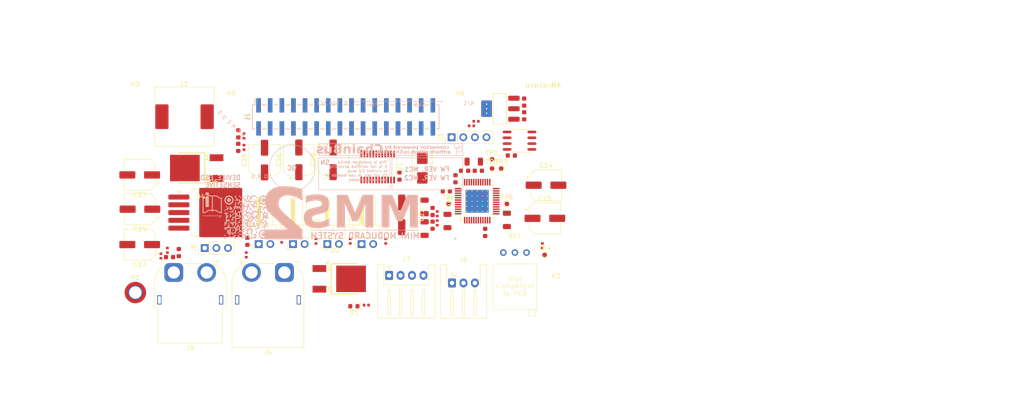
<source format=kicad_pcb>
(kicad_pcb (version 20241229) (generator "pcbnew") (generator_version "9.0")
  (layers (0 "F.Cu" signal) (4 "In1.Cu" signal) (6 "In2.Cu" signal) (2 "B.Cu" signal) (13 "F.Paste" user) (15 "B.Paste" user) (5 "F.SilkS" user "F.Silkscreen") (7 "B.SilkS" user "B.Silkscreen") (1 "F.Mask" user) (3 "B.Mask" user) (25 "Edge.Cuts" user))
  (property "SHEETTOTAL" "5")
  (net 0 "")
  (net 1 "GND")
  (net 2 "/Stepper controller/5VOUT")
  (net 3 "Net-(U3-CP0)")
  (net 4 "+3V3")
  (net 5 "+5V")
  (net 6 "Net-(U3-CPI)")
  (net 7 "Net-(U3-VCC)")
  (net 8 "Net-(U3-VCP)")
  (net 9 "U_reg")
  (net 10 "Net-(C10-Pad2)")
  (net 11 "Net-(J8-Pin_1)")
  (net 12 "Net-(J10-Pin_1)")
  (net 13 "Net-(C20-Pad2)")
  (net 14 "Net-(D1-A)")
  (net 15 "Vin")
  (net 16 "Net-(C23-Pad2)")
  (net 17 "/Bus_switch/Chainbus_In.RX")
  (net 18 "/Bus_switch/Chainbus_In.MOSI")
  (net 19 "/Bus_switch/Chainbus_In.SDA")
  (net 20 "/Bus_switch/SEL1")
  (net 21 "/Interboard_connector/SEL2")
  (net 22 "/Bus_switch/Chainbus_In.TX")
  (net 23 "/Interboard_connector/SEL8")
  (net 24 "/Interboard_connector/SEL5")
  (net 25 "/Interboard_connector/SEL7")
  (net 26 "/Interboard_connector/SEL4")
  (net 27 "/Bus_switch/Chainbus_In.SCK")
  (net 28 "/Bus_switch/Chainbus_In.MISO")
  (net 29 "+12V stby")
  (net 30 "/Bus_switch/Chainbus_In.SCL")
  (net 31 "/Bus_switch/Chainbus_In.CS")
  (net 32 "/Interboard_connector/SEL3")
  (net 33 "/Interboard_connector/SEL6")
  (net 36 "BRD_VIN")
  (net 38 "/Bus_switch/Chainbus.SCL")
  (net 39 "/Bus_switch/Chainbus.SDA")
  (net 40 "/Stepper controller/ENCN_DCO")
  (net 41 "/Stepper controller/ENCA_DCIN_CFG5")
  (net 42 "/Stepper controller/ENCB_DCEN_CFG4")
  (net 43 "/Stepper controller/OA1")
  (net 44 "/Stepper controller/OB1")
  (net 45 "/Stepper controller/OA2")
  (net 46 "/Stepper controller/OB2")
  (net 49 "Net-(J10-Pin_2)")
  (net 50 "Net-(J11-Pin_2)")
  (net 51 "Net-(J12-Pin_2)")
  (net 52 "Net-(R5-Pad2)")
  (net 53 "Net-(U3-BRA)")
  (net 54 "Net-(U3-BRB)")
  (net 55 "Net-(U3-AIN_IREF)")
  (net 56 "Net-(U3-SWSEL)")
  (net 57 "Net-(U3-SWP_DIAG1)")
  (net 58 "Net-(U3-SWN_DIAG0)")
  (net 59 "/Bus_switch/Chainbus.CS")
  (net 60 "/Bus_switch/Chainbus.MOSI")
  (net 61 "/Bus_switch/Chainbus.RX")
  (net 63 "/Bus_switch/Chainbus.TX")
  (net 64 "/Bus_switch/Chainbus.MISO")
  (net 66 "/Bus_switch/Chainbus.SCK")
  (net 85 "Net-(D4-K)")
  (footprint "PCM_JLCPCB:R_0402" (layer "F.Cu") (at 148 116.75 -90)
    (property "Reference" "R8" (hide yes))
    (property "Value" "33kΩ" (hide yes))
    (pad "1" smd roundrect (at -0.5 0 270) (size 0.56 0.62) (layers "F.Cu" "F.Mask" "F.Paste") (net 9 "U_reg"))
    (pad "2" smd roundrect (at 0.5 0 270) (size 0.56 0.62) (layers "F.Cu" "F.Mask" "F.Paste") (net 10 "Net-(C10-Pad2)"))
  )
  (footprint "Connector_PinHeader_2.54mm:PinHeader_1x02_P2.54mm_Horizontal" (layer "F.Cu") (at 108.975 123.385 90)
    (property "Reference" "J9" (at 4.385 -2.27 90) (layer "F.SilkS"))
    (property "Value" "Conn_01x02")
    (pad "1" thru_hole rect (at 0 0 90) (size 1.7 1.7) (drill 1) (layers "*.Cu" "*.Mask"))
    (pad "2" thru_hole circle (at 0 2.54 90) (size 1.7 1.7) (drill 1) (layers "*.Cu" "*.Mask"))
  )
  (footprint "Inductor_SMD:L_Sunlord_SWRB1207S" (layer "F.Cu") (at 92.75 95.5)
    (property "Reference" "L1" (at 0 -7.25 0) (layer "F.SilkS"))
    (property "Value" "100uH 4A")
    (pad "1" smd roundrect (at -4.95 0) (size 2.9 5.4) (layers "F.Cu" "F.Mask" "F.Paste") (roundrect_rratio 0.086207) (net 85 "Net-(D4-K)"))
    (pad "2" smd roundrect (at 4.95 0) (size 2.9 5.4) (layers "F.Cu" "F.Mask" "F.Paste") (roundrect_rratio 0.086207) (net 9 "U_reg"))
  )
  (footprint "MountingHole:MountingHole_2.7mm_M2.5_DIN965_Pad_TopOnly" (layer "F.Cu") (at 82 134)
    (property "Reference" "H1" (at 0 -3.3 0) (layer "F.SilkS"))
    (property "Value" "M2.5 Mount")
    (pad "1" thru_hole circle (at 0 0) (size 3.1 3.1) (drill 2.7) (layers "*.Cu" "*.Mask") (net 1 "GND"))
    (pad "1" connect circle (at 0 0) (size 4.7 4.7) (layers "F.Cu" "F.Mask") (net 1 "GND"))
  )
  (footprint "TestPoint:TestPoint_Pad_D1.0mm" (layer "F.Cu") (at 171.5 125.75)
    (property "Reference" "TP4" (at 0 -1.448 0) (layer "F.SilkS"))
    (property "Value" "TestPoint")
    (pad "1" smd circle (at 0 0) (size 1 1) (layers "F.Cu" "F.Mask") (net 55 "Net-(U3-AIN_IREF)"))
  )
  (footprint "PCM_JLCPCB:R_0402" (layer "F.Cu") (at 148 118.75 -90)
    (property "Reference" "R9" (hide yes))
    (property "Value" "33kΩ" (hide yes))
    (pad "1" smd roundrect (at -0.5 0 270) (size 0.56 0.62) (layers "F.Cu" "F.Mask" "F.Paste") (net 10 "Net-(C10-Pad2)"))
    (pad "2" smd roundrect (at 0.5 0 270) (size 0.56 0.62) (layers "F.Cu" "F.Mask" "F.Paste") (net 1 "GND"))
  )
  (footprint "PCM_JLCPCB:R_0402" (layer "F.Cu") (at 89 124.75 -90)
    (property "Reference" "R10" (hide yes))
    (property "Value" "33kΩ" (hide yes))
    (pad "1" smd roundrect (at -0.5 0 270) (size 0.56 0.62) (layers "F.Cu" "F.Mask" "F.Paste") (net 11 "Net-(J8-Pin_1)"))
    (pad "2" smd roundrect (at 0.5 0 270) (size 0.56 0.62) (layers "F.Cu" "F.Mask" "F.Paste") (net 13 "Net-(C20-Pad2)"))
  )
  (footprint "Capacitor_SMD:CP_Elec_6.3x7.7" (layer "F.Cu") (at 83 115.75 180)
    (property "Reference" "C19" (at 0 -4.35 0) (layer "F.SilkS"))
    (property "Value" "47u")
    (pad "1" smd roundrect (at -2.7 0 180) (size 3.5 1.6) (layers "F.Cu" "F.Mask" "F.Paste") (roundrect_rratio 0.15625) (net 11 "Net-(J8-Pin_1)"))
    (pad "2" smd roundrect (at 2.7 0 180) (size 3.5 1.6) (layers "F.Cu" "F.Mask" "F.Paste") (roundrect_rratio 0.15625) (net 1 "GND"))
  )
  (footprint "Capacitor_SMD:CP_Elec_6.3x7.7" (layer "F.Cu") (at 125.25 104.95 90)
    (property "Reference" "C28" (at 0 -4.35 90) (layer "F.SilkS"))
    (property "Value" "47u")
    (pad "1" smd roundrect (at -2.7 0 90) (size 3.5 1.6) (layers "F.Cu" "F.Mask" "F.Paste") (roundrect_rratio 0.15625) (net 9 "U_reg"))
    (pad "2" smd roundrect (at 2.7 0 90) (size 3.5 1.6) (layers "F.Cu" "F.Mask" "F.Paste") (roundrect_rratio 0.15625) (net 1 "GND"))
  )
  (footprint "PCM_JLCPCB:R_0402" (layer "F.Cu") (at 106.25 125.75 90)
    (property "Reference" "R12" (hide yes))
    (property "Value" "1kΩ" (hide yes))
    (pad "1" smd roundrect (at -0.5 0 90) (size 0.56 0.62) (layers "F.Cu" "F.Mask" "F.Paste") (net 1 "GND"))
    (pad "2" smd roundrect (at 0.5 0 90) (size 0.56 0.62) (layers "F.Cu" "F.Mask" "F.Paste") (net 12 "Net-(J10-Pin_1)"))
  )
  (footprint "PCM_JLCPCB:R_0402" (layer "F.Cu") (at 155.5 97.5 180)
    (property "Reference" "R2" (hide yes))
    (property "Value" "10kΩ" (hide yes))
    (pad "1" smd roundrect (at -0.5 0 180) (size 0.56 0.62) (layers "F.Cu" "F.Mask" "F.Paste") (net 4 "+3V3"))
    (pad "2" smd roundrect (at 0.5 0 180) (size 0.56 0.62) (layers "F.Cu" "F.Mask" "F.Paste") (net 38 "/Bus_switch/Chainbus.SCL"))
  )
  (footprint "PCM_JLCPCB:R_1206" (layer "F.Cu") (at 150.25 118.3375 -90)
    (property "Reference" "R6" (hide yes))
    (property "Value" "1206, 0R15, 0.5W")
    (pad "1" smd roundrect (at -1.46 0 270) (size 1.12 1.75) (layers "F.Cu" "F.Mask" "F.Paste") (roundrect_rratio 0.222222) (net 53 "Net-(U3-BRA)"))
    (pad "2" smd roundrect (at 1.46 0 270) (size 1.12 1.75) (layers "F.Cu" "F.Mask" "F.Paste") (roundrect_rratio 0.222222) (net 1 "GND"))
  )
  (footprint "PCM_JLCPCB:C_0603" (layer "F.Cu") (at 91.5 125.25 -90)
    (property "Reference" "C20" (hide yes))
    (property "Value" "100nF")
    (pad "1" smd roundrect (at -0.78 0 270) (size 0.9 0.95) (layers "F.Cu" "F.Mask" "F.Paste") (net 11 "Net-(J8-Pin_1)"))
    (pad "2" smd roundrect (at 0.78 0 270) (size 0.9 0.95) (layers "F.Cu" "F.Mask" "F.Paste") (net 13 "Net-(C20-Pad2)"))
  )
  (footprint "Connector_PinSocket_2.54mm:PinSocket_2x16_P2.54mm_Vertical_SMD" (layer "F.Cu") (at 128 95.558272 90)
    (property "Reference" "J2" (at 0 -21.82 90) (layer "F.SilkS"))
    (property "Value" "Chainbus Out")
    (pad "1" smd rect (at 2.52 -19.05 90) (size 3 1) (layers "F.Cu" "F.Mask" "F.Paste") (net 1 "GND"))
    (pad "2" smd rect (at -2.52 -19.05 90) (size 3 1) (layers "F.Cu" "F.Mask" "F.Paste") (net 21 "/Interboard_connector/SEL2"))
    (pad "3" smd rect (at 2.52 -16.51 90) (size 3 1) (layers "F.Cu" "F.Mask" "F.Paste") (net 5 "+5V"))
    (pad "4" smd rect (at -2.52 -16.51 90) (size 3 1) (layers "F.Cu" "F.Mask" "F.Paste") (net 32 "/Interboard_connector/SEL3"))
    (pad "5" smd rect (at 2.52 -13.97 90) (size 3 1) (layers "F.Cu" "F.Mask" "F.Paste") (net 5 "+5V"))
    (pad "6" smd rect (at -2.52 -13.97 90) (size 3 1) (layers "F.Cu" "F.Mask" "F.Paste") (net 26 "/Interboard_connector/SEL4"))
    (pad "7" smd rect (at 2.52 -11.43 90) (size 3 1) (layers "F.Cu" "F.Mask" "F.Paste") (net 1 "GND"))
    (pad "8" smd rect (at -2.52 -11.43 90) (size 3 1) (layers "F.Cu" "F.Mask" "F.Paste") (net 24 "/Interboard_connector/SEL5"))
    (pad "9" smd rect (at 2.52 -8.89 90) (size 3 1) (layers "F.Cu" "F.Mask" "F.Paste") (net 36 "BRD_VIN"))
    (pad "10" smd rect (at -2.52 -8.89 90) (size 3 1) (layers "F.Cu" "F.Mask" "F.Paste") (net 33 "/Interboard_connector/SEL6"))
    (pad "11" smd rect (at 2.52 -6.35 90) (size 3 1) (layers "F.Cu" "F.Mask" "F.Paste") (net 36 "BRD_VIN"))
    (pad "12" smd rect (at -2.52 -6.35 90) (size 3 1) (layers "F.Cu" "F.Mask" "F.Paste") (net 25 "/Interboard_connector/SEL7"))
    (pad "13" smd rect (at 2.52 -3.81 90) (size 3 1) (layers "F.Cu" "F.Mask" "F.Paste") (net 36 "BRD_VIN"))
    (pad "14" smd rect (at -2.52 -3.81 90) (size 3 1) (layers "F.Cu" "F.Mask" "F.Paste") (net 23 "/Interboard_connector/SEL8"))
    (pad "15" smd rect (at 2.52 -1.27 90) (size 3 1) (layers "F.Cu" "F.Mask" "F.Paste") (net 36 "BRD_VIN"))
    (pad "16" smd rect (at -2.52 -1.27 90) (size 3 1) (layers "F.Cu" "F.Mask" "F.Paste"))
    (pad "17" smd rect (at 2.52 1.27 90) (size 3 1) (layers "F.Cu" "F.Mask" "F.Paste") (net 1 "GND"))
    (pad "18" smd rect (at -2.52 1.27 90) (size 3 1) (layers "F.Cu" "F.Mask" "F.Paste") (net 19 "/Bus_switch/Chainbus_In.SDA"))
    (pad "19" smd rect (at 2.52 3.81 90) (size 3 1) (layers "F.Cu" "F.Mask" "F.Paste") (net 1 "GND"))
    (pad "20" smd rect (at -2.52 3.81 90) (size 3 1) (layers "F.Cu" "F.Mask" "F.Paste") (net 30 "/Bus_switch/Chainbus_In.SCL"))
    (pad "21" smd rect (at 2.52 6.35 90) (size 3 1) (layers "F.Cu" "F.Mask" "F.Paste") (net 1 "GND"))
    (pad "22" smd rect (at -2.52 6.35 90) (size 3 1) (layers "F.Cu" "F.Mask" "F.Paste") (net 31 "/Bus_switch/Chainbus_In.CS"))
    (pad "23" smd rect (at 2.52 8.89 90) (size 3 1) (layers "F.Cu" "F.Mask" "F.Paste") (net 1 "GND"))
    (pad "24" smd rect (at -2.52 8.89 90) (size 3 1) (layers "F.Cu" "F.Mask" "F.Paste") (net 27 "/Bus_switch/Chainbus_In.SCK"))
    (pad "25" smd rect (at 2.52 11.43 90) (size 3 1) (layers "F.Cu" "F.Mask" "F.Paste"))
    (pad "26" smd rect (at -2.52 11.43 90) (size 3 1) (layers "F.Cu" "F.Mask" "F.Paste") (net 18 "/Bus_switch/Chainbus_In.MOSI"))
    (pad "27" smd rect (at 2.52 13.97 90) (size 3 1) (layers "F.Cu" "F.Mask" "F.Paste"))
    (pad "28" smd rect (at -2.52 13.97 90) (size 3 1) (layers "F.Cu" "F.Mask" "F.Paste") (net 28 "/Bus_switch/Chainbus_In.MISO"))
    (pad "29" smd rect (at 2.52 16.51 90) (size 3 1) (layers "F.Cu" "F.Mask" "F.Paste") (net 29 "+12V stby"))
    (pad "30" smd rect (at -2.52 16.51 90) (size 3 1) (layers "F.Cu" "F.Mask" "F.Paste") (net 22 "/Bus_switch/Chainbus_In.TX"))
    (pad "31" smd rect (at 2.52 19.05 90) (size 3 1) (layers "F.Cu" "F.Mask" "F.Paste") (net 1 "GND"))
    (pad "32" smd rect (at -2.52 19.05 90) (size 3 1) (layers "F.Cu" "F.Mask" "F.Paste") (net 17 "/Bus_switch/Chainbus_In.RX"))
  )
  (footprint "Capacitor_SMD:CP_Elec_6.3x7.7" (layer "F.Cu") (at 110.25 105 90)
    (property "Reference" "C25" (at 0 -4.35 90) (layer "F.SilkS"))
    (property "Value" "47u")
    (pad "1" smd roundrect (at -2.7 0 90) (size 3.5 1.6) (layers "F.Cu" "F.Mask" "F.Paste") (roundrect_rratio 0.15625) (net 9 "U_reg"))
    (pad "2" smd roundrect (at 2.7 0 90) (size 3.5 1.6) (layers "F.Cu" "F.Mask" "F.Paste") (roundrect_rratio 0.15625) (net 1 "GND"))
  )
  (footprint "PCM_JLCPCB:R_0402" (layer "F.Cu") (at 105.75 99.72 90)
    (property "Reference" "R18" (hide yes))
    (property "Value" "33kΩ" (hide yes))
    (pad "1" smd roundrect (at -0.5 0 90) (size 0.56 0.62) (layers "F.Cu" "F.Mask" "F.Paste") (net 16 "Net-(C23-Pad2)"))
    (pad "2" smd roundrect (at 0.5 0 90) (size 0.56 0.62) (layers "F.Cu" "F.Mask" "F.Paste") (net 1 "GND"))
  )
  (footprint "PCM_JLCPCB:R_0402" (layer "F.Cu") (at 129 122.75 90)
    (property "Reference" "R15" (hide yes))
    (property "Value" "9.53k" (hide yes))
    (pad "1" smd roundrect (at -0.5 0 90) (size 0.56 0.62) (layers "F.Cu" "F.Mask" "F.Paste") (net 50 "Net-(J11-Pin_2)"))
    (pad "2" smd roundrect (at 0.5 0 90) (size 0.56 0.62) (layers "F.Cu" "F.Mask" "F.Paste") (net 9 "U_reg"))
  )
  (footprint "PCM_JLCPCB:Hole_Tooling_JLCPCB" (layer "F.Cu") (at 176.75 89.25)
    (property "Reference" "H8" (hide yes))
    (property "Value" "~" (hide yes))
    (pad "" np_thru_hole circle (at 0 0) (size 1 1) (drill 1.152) (layers "F&B.Cu" "*.Mask"))
  )
  (footprint "Connector_PinHeader_2.54mm:PinHeader_1x04_P2.54mm_Vertical" (layer "F.Cu") (at 151.17 100 90)
    (property "Reference" "J3" (at 0 -2.38 90) (layer "F.SilkS"))
    (property "Value" "Conn_01x04_Pin")
    (pad "1" thru_hole rect (at 0 0 90) (size 1.7 1.7) (drill 1) (layers "*.Cu" "*.Mask") (net 39 "/Bus_switch/Chainbus.SDA"))
    (pad "2" thru_hole circle (at 0 2.54 90) (size 1.7 1.7) (drill 1) (layers "*.Cu" "*.Mask") (net 38 "/Bus_switch/Chainbus.SCL"))
    (pad "3" thru_hole circle (at 0 5.08 90) (size 1.7 1.7) (drill 1) (layers "*.Cu" "*.Mask") (net 1 "GND"))
    (pad "4" thru_hole circle (at 0 7.62 90) (size 1.7 1.7) (drill 1) (layers "*.Cu" "*.Mask") (net 4 "+3V3"))
  )
  (footprint "TestPoint:TestPoint_Pad_D1.0mm" (layer "F.Cu") (at 163.25 114.5875)
    (property "Reference" "TP6" (at 0 -1.448 0) (layer "F.SilkS"))
    (property "Value" "TestPoint")
    (pad "1" smd circle (at 0 0) (size 1 1) (layers "F.Cu" "F.Mask") (net 54 "Net-(U3-BRB)"))
  )
  (footprint "PCM_JLCPCB:C_0603" (layer "F.Cu") (at 89.47 126.25 180)
    (property "Reference" "C21" (hide yes))
    (property "Value" "100nF")
    (pad "1" smd roundrect (at -0.78 0 180) (size 0.9 0.95) (layers "F.Cu" "F.Mask" "F.Paste") (net 13 "Net-(C20-Pad2)"))
    (pad "2" smd roundrect (at 0.78 0 180) (size 0.9 0.95) (layers "F.Cu" "F.Mask" "F.Paste") (net 1 "GND"))
  )
  (footprint "PCM_JLCPCB:Hole_Tooling_JLCPCB" (layer "F.Cu") (at 79.25 136.75)
    (property "Reference" "H7" (hide yes))
    (property "Value" "~" (hide yes))
    (pad "" np_thru_hole circle (at 0 0) (size 1 1) (drill 1.152) (layers "F&B.Cu" "*.Mask"))
  )
  (footprint "PCM_JLCPCB:SOIC-8_L5.0-W4.0-P1.27-LS6.0-BL" (layer "F.Cu") (at 166 100.75 90)
    (property "Reference" "U2" (hide yes))
    (property "Value" "M24C64")
    (pad "1" smd oval (at -1.91 2.71 90) (size 0.57 1.95) (layers "F.Cu" "F.Mask" "F.Paste") (net 1 "GND"))
    (pad "2" smd oval (at -0.64 2.71 90) (size 0.57 1.95) (layers "F.Cu" "F.Mask" "F.Paste") (net 1 "GND"))
    (pad "3" smd oval (at 0.64 2.71 90) (size 0.57 1.95) (layers "F.Cu" "F.Mask" "F.Paste") (net 1 "GND"))
    (pad "4" smd oval (at 1.91 2.71 90) (size 0.57 1.95) (layers "F.Cu" "F.Mask" "F.Paste") (net 1 "GND"))
    (pad "5" smd oval (at 1.91 -2.71 90) (size 0.57 1.95) (layers "F.Cu" "F.Mask" "F.Paste") (net 39 "/Bus_switch/Chainbus.SDA"))
    (pad "6" smd oval (at 0.64 -2.71 90) (size 0.57 1.95) (layers "F.Cu" "F.Mask" "F.Paste") (net 38 "/Bus_switch/Chainbus.SCL"))
    (pad "7" smd oval (at -0.64 -2.71 90) (size 0.57 1.95) (layers "F.Cu" "F.Mask" "F.Paste"))
    (pad "8" smd oval (at -1.91 -2.71 90) (size 0.57 1.95) (layers "F.Cu" "F.Mask" "F.Paste") (net 4 "+3V3"))
  )
  (footprint "PCM_JLCPCB:C_0603" (layer "F.Cu") (at 158.5 120.8375 -90)
    (property "Reference" "C3" (hide yes))
    (property "Value" "100nF")
    (pad "1" smd roundrect (at -0.78 0 270) (size 0.9 0.95) (layers "F.Cu" "F.Mask" "F.Paste") (net 4 "+3V3"))
    (pad "2" smd roundrect (at 0.78 0 270) (size 0.9 0.95) (layers "F.Cu" "F.Mask" "F.Paste") (net 1 "GND"))
  )
  (footprint "PCM_JLCPCB:R_1206" (layer "F.Cu") (at 163.25 118.0875 -90)
    (property "Reference" "R7" (hide yes))
    (property "Value" "1206, 0R15, 0.5W")
    (pad "1" smd roundrect (at -1.46 0 270) (size 1.12 1.75) (layers "F.Cu" "F.Mask" "F.Paste") (roundrect_rratio 0.222222) (net 54 "Net-(U3-BRB)"))
    (pad "2" smd roundrect (at 1.46 0 270) (size 1.12 1.75) (layers "F.Cu" "F.Mask" "F.Paste") (roundrect_rratio 0.222222) (net 1 "GND"))
  )
  (footprint "SMC_MBRD10100CTTR:TO-252-3_L6.5-W5.8-P4.58-TL" (layer "F.Cu") (at 125.71 131)
    (property "Reference" "D2" (at 0 -6.26 0) (layer "F.SilkS"))
    (property "Value" "MBRD10100CTTR")
    (pad "1" smd rect (at -3.46 -2.26) (size 3 1.5) (layers "F.Cu" "F.Mask" "F.Paste") (net 15 "Vin"))
    (pad "2" smd rect (at 3.46 0) (size 6.5 5.8) (layers "F.Cu" "F.Mask" "F.Paste") (net 36 "BRD_VIN"))
    (pad "3" smd rect (at -3.46 2.26) (size 3 1.5) (layers "F.Cu" "F.Mask" "F.Paste") (net 15 "Vin"))
  )
  (footprint "Capacitor_SMD:CP_Elec_6.3x7.7" (layer "F.Cu") (at 140.25 117 -90)
    (property "Reference" "C12" (at 0 -4.35 90) (layer "F.SilkS"))
    (property "Value" "47u")
    (pad "1" smd roundrect (at -2.7 0 270) (size 3.5 1.6) (layers "F.Cu" "F.Mask" "F.Paste") (roundrect_rratio 0.15625) (net 9 "U_reg"))
    (pad "2" smd roundrect (at 2.7 0 270) (size 3.5 1.6) (layers "F.Cu" "F.Mask" "F.Paste") (roundrect_rratio 0.15625) (net 1 "GND"))
  )
  (footprint "PCM_JLCPCB:R_1206" (layer "F.Cu") (at 156 105.3375 180)
    (property "Reference" "R4" (hide yes))
    (property "Value" "0603/3R3")
    (pad "1" smd roundrect (at -1.46 0 180) (size 1.12 1.75) (layers "F.Cu" "F.Mask" "F.Paste") (roundrect_rratio 0.222222) (net 2 "/Stepper controller/5VOUT"))
    (pad "2" smd roundrect (at 1.46 0 180) (size 1.12 1.75) (layers "F.Cu" "F.Mask" "F.Paste") (roundrect_rratio 0.222222) (net 7 "Net-(U3-VCC)"))
  )
  (footprint "MountingHole:MountingHole_2.7mm_M2.5" (layer "F.Cu") (at 153 94)
    (property "Reference" "H6" (at 0 -3.65 0) (layer "F.SilkS"))
    (property "Value" "M2.5 mount")
    (pad "" np_thru_hole circle (at 0 0) (size 2.7 2.7) (drill 2.7) (layers "*.Cu" "*.Mask"))
  )
  (footprint "PCM_JLCPCB:R_0402" (layer "F.Cu") (at 171 123.75 -90)
    (property "Reference" "R5" (hide yes))
    (property "Value" "100kΩ" (hide yes))
    (pad "1" smd roundrect (at -0.5 0 270) (size 0.56 0.62) (layers "F.Cu" "F.Mask" "F.Paste") (net 2 "/Stepper controller/5VOUT"))
    (pad "2" smd roundrect (at 0.5 0 270) (size 0.56 0.62) (layers "F.Cu" "F.Mask" "F.Paste") (net 52 "Net-(R5-Pad2)"))
  )
  (footprint "Capacitor_SMD:CP_Elec_6.3x7.7" (layer "F.Cu") (at 82.95 108.25 180)
    (property "Reference" "C27" (at 0 -4.35 0) (layer "F.SilkS"))
    (property "Value" "47u")
    (pad "1" smd roundrect (at -2.7 0 180) (size 3.5 1.6) (layers "F.Cu" "F.Mask" "F.Paste") (roundrect_rratio 0.15625) (net 11 "Net-(J8-Pin_1)"))
    (pad "2" smd roundrect (at 2.7 0 180) (size 3.5 1.6) (layers "F.Cu" "F.Mask" "F.Paste") (roundrect_rratio 0.15625) (net 1 "GND"))
  )
  (footprint "Connector_PinHeader_2.54mm:PinHeader_1x02_P2.54mm_Horizontal" (layer "F.Cu") (at 131.475 123.385 90)
    (property "Reference" "J12" (at 4.385 -2.27 90) (layer "F.SilkS"))
    (property "Value" "Conn_01x02")
    (pad "1" thru_hole rect (at 0 0 90) (size 1.7 1.7) (drill 1) (layers "*.Cu" "*.Mask") (net 12 "Net-(J10-Pin_1)"))
    (pad "2" thru_hole circle (at 0 2.54 90) (size 1.7 1.7) (drill 1) (layers "*.Cu" "*.Mask") (net 51 "Net-(J12-Pin_2)"))
  )
  (footprint "PCM_JLCPCB:C_0603" (layer "F.Cu") (at 164.22 104)
    (property "Reference" "C2" (hide yes))
    (property "Value" "100nF")
    (pad "1" smd roundrect (at -0.78 0) (size 0.9 0.95) (layers "F.Cu" "F.Mask" "F.Paste") (net 4 "+3V3"))
    (pad "2" smd roundrect (at 0.78 0) (size 0.9 0.95) (layers "F.Cu" "F.Mask" "F.Paste") (net 1 "GND"))
  )
  (footprint "Capacitor_SMD:CP_Elec_6.3x7.7" (layer "F.Cu") (at 82.95 123.5 180)
    (property "Reference" "C17" (at 0 -4.35 0) (layer "F.SilkS"))
    (property "Value" "47u")
    (pad "1" smd roundrect (at -2.7 0 180) (size 3.5 1.6) (layers "F.Cu" "F.Mask" "F.Paste") (roundrect_rratio 0.15625) (net 11 "Net-(J8-Pin_1)"))
    (pad "2" smd roundrect (at 2.7 0 180) (size 3.5 1.6) (layers "F.Cu" "F.Mask" "F.Paste") (roundrect_rratio 0.15625) (net 1 "GND"))
  )
  (footprint "PCM_JLCPCB:R_0402" (layer "F.Cu") (at 132.5 136.75 180)
    (property "Reference" "R1" (hide yes))
    (property "Value" "330Ω" (hide yes))
    (pad "1" smd roundrect (at -0.5 0 180) (size 0.56 0.62) (layers "F.Cu" "F.Mask" "F.Paste") (net 20 "/Bus_switch/SEL1"))
    (pad "2" smd roundrect (at 0.5 0 180) (size 0.56 0.62) (layers "F.Cu" "F.Mask" "F.Paste") (net 14 "Net-(D1-A)"))
  )
  (footprint "PCM_JLCPCB:C_0603" (layer "F.Cu") (at 150 111.8375)
    (property "Reference" "C7" (hide yes))
    (property "Value" "100nF")
    (pad "1" smd roundrect (at -0.78 0) (size 0.9 0.95) (layers "F.Cu" "F.Mask" "F.Paste") (net 9 "U_reg"))
    (pad "2" smd roundrect (at 0.78 0) (size 0.9 0.95) (layers "F.Cu" "F.Mask" "F.Paste") (net 8 "Net-(U3-VCP)"))
  )
  (footprint "MountingHole:MountingHole_2.7mm_M2.5" (layer "F.Cu") (at 103 94)
    (property "Reference" "H5" (at 0 -3.65 0) (layer "F.SilkS"))
    (property "Value" "M2.5 mount")
    (pad "" np_thru_hole circle (at 0 0) (size 2.7 2.7) (drill 2.7) (layers "*.Cu" "*.Mask"))
  )
  (footprint "LED_SMD:LED_0603_1608Metric" (layer "F.Cu") (at 129.7875 137 180)
    (property "Reference" "D1" (at 0 -1.43 0) (layer "F.SilkS"))
    (property "Value" "LED")
    (pad "1" smd roundrect (at -0.7875 0 180) (size 0.875 0.95) (layers "F.Cu" "F.Mask" "F.Paste") (net 1 "GND"))
    (pad "2" smd roundrect (at 0.7875 0 180) (size 0.875 0.95) (layers "F.Cu" "F.Mask" "F.Paste") (net 14 "Net-(D1-A)"))
  )
  (footprint "TestPoint:TestPoint_Pad_D1.0mm" (layer "F.Cu") (at 150.5 114.5875)
    (property "Reference" "TP5" (at 0 -1.448 0) (layer "F.SilkS"))
    (property "Value" "TestPoint")
    (pad "1" smd circle (at 0 0) (size 1 1) (layers "F.Cu" "F.Mask") (net 53 "Net-(U3-BRA)"))
  )
  (footprint "Potentiometer_THT:Potentiometer_Bourns_3296W_Vertical" (layer "F.Cu") (at 167.54 125.245)
    (property "Reference" "RV1" (at -2.54 -3.66 0) (layer "F.SilkS"))
    (property "Value" "100K TRIM")
    (fp_text user "Glue\nComponent\nto PCB" (at -2.5 9.5 0) (layer "F.SilkS") (effects (font (thickness 0.1)) (justify bottom)))
    (pad "1" thru_hole circle (at 0 0) (size 1.44 1.44) (drill 0.8) (layers "*.Cu" "*.Mask") (net 52 "Net-(R5-Pad2)"))
    (pad "2" thru_hole circle (at -2.54 0) (size 1.44 1.44) (drill 0.8) (layers "*.Cu" "*.Mask") (net 55 "Net-(U3-AIN_IREF)"))
    (pad "3" thru_hole circle (at -5.08 0) (size 1.44 1.44) (drill 0.8) (layers "*.Cu" "*.Mask") (net 1 "GND"))
  )
  (footprint "MountingHole:MountingHole_2.7mm_M2.5" (layer "F.Cu") (at 174 134)
    (property "Reference" "H2" (at 0 -3.65 0) (layer "F.SilkS"))
    (property "Value" "M2.5 mount")
    (pad "" np_thru_hole circle (at 0 0) (size 2.7 2.7) (drill 2.7) (layers "*.Cu" "*.Mask"))
  )
  (footprint "Package_TO_SOT_SMD:TO-263-5_TabPin3" (layer "F.Cu") (at 99.165 116.49)
    (property "Reference" "U5" (at 0 -6.65 0) (layer "F.SilkS"))
    (property "Value" "LM2596HVS-ADJRG")
    (pad "1" smd roundrect (at -7.65 -3.4) (size 4.6 1.1) (layers "F.Cu" "F.Mask" "F.Paste") (roundrect_rratio 0.227273) (net 11 "Net-(J8-Pin_1)"))
    (pad "2" smd roundrect (at -7.65 -1.7) (size 4.6 1.1) (layers "F.Cu" "F.Mask" "F.Paste") (roundrect_rratio 0.227273) (net 85 "Net-(D4-K)"))
    (pad "3" smd roundrect (at -7.65 0) (size 4.6 1.1) (layers "F.Cu" "F.Mask" "F.Paste") (roundrect_rratio 0.227273) (net 1 "GND"))
    (pad "3" smd roundrect (at 1.5 0) (size 9.4 10.8) (layers "F.Cu" "F.Mask") (roundrect_rratio 0.026596) (net 1 "GND"))
    (pad "4" smd roundrect (at -7.65 1.7) (size 4.6 1.1) (layers "F.Cu" "F.Mask" "F.Paste") (roundrect_rratio 0.227273) (net 12 "Net-(J10-Pin_1)"))
    (pad "5" smd roundrect (at -7.65 3.4) (size 4.6 1.1) (layers "F.Cu" "F.Mask" "F.Paste") (roundrect_rratio 0.227273) (net 1 "GND"))
  )
  (footprint "PCM_JLCPCB:R_0402" (layer "F.Cu") (at 136.75 122.75 90)
    (property "Reference" "R16" (hide yes))
    (property "Value" "5.11k" (hide yes))
    (pad "1" smd roundrect (at -0.5 0 90) (size 0.56 0.62) (layers "F.Cu" "F.Mask" "F.Paste") (net 51 "Net-(J12-Pin_2)"))
    (pad "2" smd roundrect (at 0.5 0 90) (size 0.56 0.62) (layers "F.Cu" "F.Mask" "F.Paste") (net 9 "U_reg"))
  )
  (footprint "PCM_JLCPCB:C_0603" (layer "F.Cu") (at 104.5 99.25 90)
    (property "Reference" "C24" (hide yes))
    (property "Value" "100nF")
    (pad "1" smd roundrect (at -0.78 0 90) (size 0.9 0.95) (layers "F.Cu" "F.Mask" "F.Paste") (net 16 "Net-(C23-Pad2)"))
    (pad "2" smd roundrect (at 0.78 0 90) (size 0.9 0.95) (layers "F.Cu" "F.Mask" "F.Paste") (net 1 "GND"))
  )
  (footprint "PCM_JLCPCB:C_0603" (layer "F.Cu") (at 152 109.0875 -90)
    (property "Reference" "C5" (hide yes))
    (property "Value" "22nF")
    (pad "1" smd roundrect (at -0.78 0 270) (size 0.9 0.95) (layers "F.Cu" "F.Mask" "F.Paste") (net 3 "Net-(U3-CP0)"))
    (pad "2" smd roundrect (at 0.78 0 270) (size 0.9 0.95) (layers "F.Cu" "F.Mask" "F.Paste") (net 6 "Net-(U3-CPI)"))
  )
  (footprint "Capacitor_SMD:CP_Elec_6.3x7.7" (layer "F.Cu") (at 171.8 110.5)
    (property "Reference" "C14" (at 0 -4.35 0) (layer "F.SilkS"))
    (property "Value" "47u")
    (pad "1" smd roundrect (at -2.7 0) (size 3.5 1.6) (layers "F.Cu" "F.Mask" "F.Paste") (roundrect_rratio 0.15625) (net 9 "U_reg"))
    (pad "2" smd roundrect (at 2.7 0) (size 3.5 1.6) (layers "F.Cu" "F.Mask" "F.Paste") (roundrect_rratio 0.15625) (net 1 "GND"))
  )
  (footprint "MountingHole:MountingHole_2.7mm_M2.5" (layer "F.Cu") (at 174 92)
    (property "Reference" "H4" (at 0 -3.65 0) (layer "F.SilkS"))
    (property "Value" "M2.5 mount")
    (pad "" np_thru_hole circle (at 0 0) (size 2.7 2.7) (drill 2.7) (layers "*.Cu" "*.Mask"))
  )
  (footprint "PCM_JLCPCB:C_0603" (layer "F.Cu") (at 139.75 108.5 90)
    (property "Reference" "C1" (hide yes))
    (property "Value" "100nF")
    (pad "1" smd roundrect (at -0.78 0 90) (size 0.9 0.95) (layers "F.Cu" "F.Mask" "F.Paste") (net 4 "+3V3"))
    (pad "2" smd roundrect (at 0.78 0 90) (size 0.9 0.95) (layers "F.Cu" "F.Mask" "F.Paste") (net 1 "GND"))
  )
  (footprint "PCM_JLCPCB:C_0603" (layer "F.Cu") (at 106.5 122.78 90)
    (property "Reference" "C22" (hide yes))
    (property "Value" "3.3nF")
    (pad "1" smd roundrect (at -0.78 0 90) (size 0.9 0.95) (layers "F.Cu" "F.Mask" "F.Paste") (net 12 "Net-(J10-Pin_1)"))
    (pad "2" smd roundrect (at 0.78 0 90) (size 0.9 0.95) (layers "F.Cu" "F.Mask" "F.Paste") (net 9 "U_reg"))
  )
  (footprint "Connector_JST:JST_XH_S3B-XH-A-1_1x03_P2.50mm_Horizontal" (layer "F.Cu") (at 151.25 131.9)
    (property "Reference" "J6" (at 2.5 -5.1 0) (layer "F.SilkS"))
    (property "Value" "Encoder connector")
    (pad "1" thru_hole roundrect (at 0 0) (size 1.7 1.95) (drill 0.95) (layers "*.Cu" "*.Mask") (roundrect_rratio 0.147059) (net 41 "/Stepper controller/ENCA_DCIN_CFG5"))
    (pad "2" thru_hole oval (at 2.5 0) (size 1.7 1.95) (drill 0.95) (layers "*.Cu" "*.Mask") (net 42 "/Stepper controller/ENCB_DCEN_CFG4"))
    (pad "3" thru_hole oval (at 5 0) (size 1.7 1.95) (drill 0.95) (layers "*.Cu" "*.Mask") (net 40 "/Stepper controller/ENCN_DCO"))
  )
  (footprint "XT60:AMASS_XT60PW-M_1x02_P7.20mm_Horizontal" (layer "F.Cu") (at 114.6 129.6 180)
    (property "Reference" "J4" (at 3.6 -17.5 0) (layer "F.SilkS"))
    (property "Value" "AMASS XT60 Male")
    (fp_text user "+" (at 9.5 2.5 0) (layer "F.SilkS") (effects (font (size 1.5 1.5))))
    (fp_text user "-" (at -2.8 2.5 0) (layer "F.SilkS") (effects (font (size 1.5 1.5))))
    (pad "" thru_hole rect (at -3.15 -6 180) (size 0.9 2) (drill oval 0.6 1.7) (layers "*.Cu" "*.Mask"))
    (pad "" thru_hole rect (at 10.35 -6 180) (size 0.9 2) (drill oval 0.6 1.7) (layers "*.Cu" "*.Mask"))
    (pad "1" thru_hole roundrect (at 0 0 180) (size 4.1 4.1) (drill 2.7) (layers "*.Cu" "*.Mask") (net 1 "GND"))
    (pad "2" thru_hole circle (at 7.2 0 180) (size 4.1 4.1) (drill 2.7) (layers "*.Cu" "*.Mask") (net 15 "Vin"))
  )
  (footprint "TestPoint:TestPoint_Pad_D1.0mm" (layer "F.Cu") (at 160 104.8375)
    (property "Reference" "TP1" (at 0 -1.448 0) (layer "F.SilkS"))
    (property "Value" "TestPoint")
    (pad "1" smd circle (at 0 0) (size 1 1) (layers "F.Cu" "F.Mask") (net 56 "Net-(U3-SWSEL)"))
  )
  (footprint "Capacitor_SMD:CP_Elec_6.3x7.7" (layer "F.Cu") (at 171.55 117.75)
    (property "Reference" "C15" (at 0 -4.35 0) (layer "F.SilkS"))
    (property "Value" "47u")
    (pad "1" smd roundrect (at -2.7 0) (size 3.5 1.6) (layers "F.Cu" "F.Mask" "F.Paste") (roundrect_rratio 0.15625) (net 9 "U_reg"))
    (pad "2" smd roundrect (at 2.7 0) (size 3.5 1.6) (layers "F.Cu" "F.Mask" "F.Paste") (roundrect_rratio 0.15625) (net 1 "GND"))
  )
  (footprint "PCM_JLCPCB:C_1206" (layer "F.Cu") (at 145.25 120 -90)
    (property "Reference" "C11" (hide yes))
    (property "Value" "4.7uF")
    (pad "1" smd roundrect (at -1.48 0 270) (size 1.15 1.8) (layers "F.Cu" "F.Mask" "F.Paste") (roundrect_rratio 0.217391) (net 10 "Net-(C10-Pad2)"))
    (pad "2" smd roundrect (at 1.48 0 270) (size 1.15 1.8) (layers "F.Cu" "F.Mask" "F.Paste") (roundrect_rratio 0.217391) (net 1 "GND"))
  )
  (footprint "PCM_JLCPCB:C_0603" (layer "F.Cu") (at 104.5 102.22 90)
    (property "Reference" "C23" (hide yes))
    (property "Value" "100nF")
    (pad "1" smd roundrect (at -0.78 0 90) (size 0.9 0.95) (layers "F.Cu" "F.Mask" "F.Paste") (net 9 "U_reg"))
    (pad "2" smd roundrect (at 0.78 0 90) (size 0.9 0.95) (layers "F.Cu" "F.Mask" "F.Paste") (net 16 "Net-(C23-Pad2)"))
  )
  (footprint "Connector_PinHeader_2.54mm:PinHeader_1x03_P2.54mm_Vertical" (layer "F.Cu") (at 97.17 124.25 90)
    (property "Reference" "J8" (at 0 -2.38 90) (layer "F.SilkS"))
    (property "Value" "Conn_01x03_Pin")
    (pad "1" thru_hole rect (at 0 0 90) (size 1.7 1.7) (drill 1) (layers "*.Cu" "*.Mask") (net 11 "Net-(J8-Pin_1)"))
    (pad "2" thru_hole circle (at 0 2.54 90) (size 1.7 1.7) (drill 1) (layers "*.Cu" "*.Mask") (net 15 "Vin"))
    (pad "3" thru_hole circle (at 0 5.08 90) (size 1.7 1.7) (drill 1) (layers "*.Cu" "*.Mask") (net 9 "U_reg"))
  )
  (footprint "XT60:AMASS_XT60PW-F_1x02_P7.20mm_Horizontal" (layer "F.Cu") (at 90.4 129.6 180)
    (property "Reference" "J5" (at -3.6 -16.5 0) (layer "F.SilkS"))
    (property "Value" "AMASS XT60 Female")
    (fp_text user "-" (at 2.8 2.5 0) (layer "F.SilkS"))
    (fp_text user "+" (at -9.5 2.5 0) (layer "F.SilkS") (effects (font (size 1.5 1.5))))
    (pad "" thru_hole rect (at -10.35 -6 180) (size 0.9 2) (drill oval 0.6 1.7) (layers "*.Cu" "*.Mask"))
    (pad "" thru_hole rect (at 3.15 -6 180) (size 0.9 2) (drill oval 0.6 1.7) (layers "*.Cu" "*.Mask"))
    (pad "1" thru_hole roundrect (at 0 0 180) (size 4.1 4.1) (drill 2.7) (layers "*.Cu" "*.Mask") (net 1 "GND"))
    (pad "2" thru_hole circle (at -7.2 0 180) (size 4.1 4.1) (drill 2.7) (layers "*.Cu" "*.Mask") (net 15 "Vin"))
  )
  (footprint "TestPoint:TestPoint_Pad_D1.0mm" (layer "F.Cu") (at 162 106.8375)
    (property "Reference" "TP3" (at 0 -1.448 0) (layer "F.SilkS"))
    (property "Value" "TestPoint")
    (pad "1" smd circle (at 0 0) (size 1 1) (layers "F.Cu" "F.Mask") (net 58 "Net-(U3-SWN_DIAG0)"))
  )
  (footprint "PCM_JLCPCB:C_0603" (layer "F.Cu") (at 167.03 95.3 -90)
    (property "Reference" "C18" (hide yes))
    (property "Value" "10uF")
    (pad "1" smd roundrect (at -0.78 0 270) (size 0.9 0.95) (layers "F.Cu" "F.Mask" "F.Paste") (net 4 "+3V3"))
    (pad "2" smd roundrect (at 0.78 0 270) (size 0.9 0.95) (layers "F.Cu" "F.Mask" "F.Paste") (net 1 "GND"))
  )
  (footprint "PCM_JLCPCB:R_0402" (layer "F.Cu") (at 114 122.5 90)
    (property "Reference" "R13" (hide yes))
    (property "Value" "18.7k" (hide yes))
    (pad "1" smd roundrect (at -0.5 0 90) (size 0.56 0.62) (layers "F.Cu" "F.Mask" "F.Paste") (net 12 "Net-(J10-Pin_1)"))
    (pad "2" smd roundrect (at 0.5 0 90) (size 0.56 0.62) (layers "F.Cu" "F.Mask" "F.Paste") (net 9 "U_reg"))
  )
  (footprint "Connector_PinHeader_2.54mm:PinHeader_1x02_P2.54mm_Horizontal" (layer "F.Cu") (at 123.975 123.385 90)
    (property "Reference" "J11" (at 4.385 -2.27 90) (layer "F.SilkS"))
    (property "Value" "Conn_01x02")
    (pad "1" thru_hole rect (at 0 0 90) (size 1.7 1.7) (drill 1) (layers "*.Cu" "*.Mask") (net 12 "Net-(J10-Pin_1)"))
    (pad "2" thru_hole circle (at 0 2.54 90) (size 1.7 1.7) (drill 1) (layers "*.Cu" "*.Mask") (net 50 "Net-(J11-Pin_2)"))
  )
  (footprint "PCM_JLCPCB:R_0402" (layer "F.Cu") (at 87.586649 125.994167 -90)
    (property "Reference" "R11" (hide yes))
    (property "Value" "33kΩ" (hide yes))
    (pad "1" smd roundrect (at -0.5 0 270) (size 0.56 0.62) (layers "F.Cu" "F.Mask" "F.Paste") (net 13 "Net-(C20-Pad2)"))
    (pad "2" smd roundrect (at 0.5 0 270) (size 0.56 0.62) (layers "F.Cu" "F.Mask" "F.Paste") (net 1 "GND"))
  )
  (footprint "TestPoint:TestPoint_Pad_D1.0mm" (layer "F.Cu") (at 160 106.8375)
    (property "Reference" "TP2" (at 0 -1.448 0) (layer "F.SilkS"))
    (property "Value" "TestPoint")
    (pad "1" smd circle (at 0 0) (size 1 1) (layers "F.Cu" "F.Mask") (net 57 "Net-(U3-SWP_DIAG1)"))
  )
  (footprint "Package_QFP:TQFP-48-1EP_7x7mm_P0.5mm_EP5x5mm_ThermalVias" (layer "F.Cu") (at 156.75 114 90)
    (property "Reference" "U3" (at 0 -5.85 90) (layer "F.SilkS"))
    (property "Value" "TMC5130A-TA")
    (pad "1" smd roundrect (at -4.1625 -2.75 90) (size 1.475 0.3) (layers "F.Cu" "F.Mask" "F.Paste") (net 1 "GND"))
    (pad "2" smd roundrect (at -4.1625 -2.25 90) (size 1.475 0.3) (layers "F.Cu" "F.Mask" "F.Paste") (net 1 "GND"))
    (pad "3" smd roundrect (at -4.1625 -1.75 90) (size 1.475 0.3) (layers "F.Cu" "F.Mask" "F.Paste") (net 59 "/Bus_switch/Chainbus.CS"))
    (pad "4" smd roundrect (at -4.1625 -1.25 90) (size 1.475 0.3) (layers "F.Cu" "F.Mask" "F.Paste") (net 66 "/Bus_switch/Chainbus.SCK"))
    (pad "5" smd roundrect (at -4.1625 -0.75 90) (size 1.475 0.3) (layers "F.Cu" "F.Mask" "F.Paste") (net 60 "/Bus_switch/Chainbus.MOSI"))
    (pad "6" smd roundrect (at -4.1625 -0.25 90) (size 1.475 0.3) (layers "F.Cu" "F.Mask" "F.Paste"))
    (pad "7" smd roundrect (at -4.1625 0.25 90) (size 1.475 0.3) (layers "F.Cu" "F.Mask" "F.Paste") (net 64 "/Bus_switch/Chainbus.MISO"))
    (pad "8" smd roundrect (at -4.1625 0.75 90) (size 1.475 0.3) (layers "F.Cu" "F.Mask" "F.Paste") (net 1 "GND"))
    (pad "9" smd roundrect (at -4.1625 1.25 90) (size 1.475 0.3) (layers "F.Cu" "F.Mask" "F.Paste") (net 1 "GND"))
    (pad "10" smd roundrect (at -4.1625 1.75 90) (size 1.475 0.3) (layers "F.Cu" "F.Mask" "F.Paste") (net 4 "+3V3"))
    (pad "11" smd roundrect (at -4.1625 2.25 90) (size 1.475 0.3) (layers "F.Cu" "F.Mask" "F.Paste") (net 1 "GND"))
    (pad "12" smd roundrect (at -4.1625 2.75 90) (size 1.475 0.3) (layers "F.Cu" "F.Mask" "F.Paste"))
    (pad "13" smd roundrect (at -2.75 4.1625 90) (size 0.3 1.475) (layers "F.Cu" "F.Mask" "F.Paste") (net 1 "GND"))
    (pad "14" smd roundrect (at -2.25 4.1625 90) (size 0.3 1.475) (layers "F.Cu" "F.Mask" "F.Paste"))
    (pad "15" smd roundrect (at -1.75 4.1625 90) (size 0.3 1.475) (layers "F.Cu" "F.Mask" "F.Paste") (net 44 "/Stepper controller/OB1"))
    (pad "16" smd roundrect (at -1.25 4.1625 90) (size 0.3 1.475) (layers "F.Cu" "F.Mask" "F.Paste"))
    (pad "17" smd roundrect (at -0.75 4.1625 90) (size 0.3 1.475) (layers "F.Cu" "F.Mask" "F.Paste") (net 54 "Net-(U3-BRB)"))
    (pad "18" smd roundrect (at -0.25 4.1625 90) (size 0.3 1.475) (layers "F.Cu" "F.Mask" "F.Paste"))
    (pad "19" smd roundrect (at 0.25 4.1625 90) (size 0.3 1.475) (layers "F.Cu" "F.Mask" "F.Paste") (net 46 "/Stepper controller/OB2"))
    (pad "20" smd roundrect (at 0.75 4.1625 90) (size 0.3 1.475) (layers "F.Cu" "F.Mask" "F.Paste"))
    (pad "21" smd roundrect (at 1.25 4.1625 90) (size 0.3 1.475) (layers "F.Cu" "F.Mask" "F.Paste") (net 9 "U_reg"))
    (pad "22" smd roundrect (at 1.75 4.1625 90) (size 0.3 1.475) (layers "F.Cu" "F.Mask" "F.Paste"))
    (pad "23" smd roundrect (at 2.25 4.1625 90) (size 0.3 1.475) (layers "F.Cu" "F.Mask" "F.Paste") (net 40 "/Stepper controller/ENCN_DCO"))
    (pad "24" smd roundrect (at 2.75 4.1625 90) (size 0.3 1.475) (layers "F.Cu" "F.Mask" "F.Paste") (net 42 "/Stepper controller/ENCB_DCEN_CFG4"))
    (pad "25" smd roundrect (at 4.1625 2.75 90) (size 1.475 0.3) (layers "F.Cu" "F.Mask" "F.Paste") (net 41 "/Stepper controller/ENCA_DCIN_CFG5"))
    (pad "26" smd roundrect (at 4.1625 2.25 90) (size 1.475 0.3) (layers "F.Cu" "F.Mask" "F.Paste") (net 58 "Net-(U3-SWN_DIAG0)"))
    (pad "27" smd roundrect (at 4.1625 1.75 90) (size 1.475 0.3) (layers "F.Cu" "F.Mask" "F.Paste") (net 57 "Net-(U3-SWP_DIAG1)"))
    (pad "28" smd roundrect (at 4.1625 1.25 90) (size 1.475 0.3) (layers "F.Cu" "F.Mask" "F.Paste") (net 56 "Net-(U3-SWSEL)"))
    (pad "29" smd roundrect (at 4.1625 0.75 90) (size 1.475 0.3) (layers "F.Cu" "F.Mask" "F.Paste") (net 1 "GND"))
    (pad "30" smd roundrect (at 4.1625 0.25 90) (size 1.475 0.3) (layers "F.Cu" "F.Mask" "F.Paste") (net 55 "Net-(U3-AIN_IREF)"))
    (pad "31" smd roundrect (at 4.1625 -0.25 90) (size 1.475 0.3) (layers "F.Cu" "F.Mask" "F.Paste"))
    (pad "32" smd roundrect (at 4.1625 -0.75 90) (size 1.475 0.3) (layers "F.Cu" "F.Mask" "F.Paste") (net 1 "GND"))
    (pad "33" smd roundrect (at 4.1625 -1.25 90) (size 1.475 0.3) (layers "F.Cu" "F.Mask" "F.Paste") (net 2 "/Stepper controller/5VOUT"))
    (pad "34" smd roundrect (at 4.1625 -1.75 90) (size 1.475 0.3) (layers "F.Cu" "F.Mask" "F.Paste") (net 7 "Net-(U3-VCC)"))
    (pad "35" smd roundrect (at 4.1625 -2.25 90) (size 1.475 0.3) (layers "F.Cu" "F.Mask" "F.Paste") (net 3 "Net-(U3-CP0)"))
    (pad "36" smd roundrect (at 4.1625 -2.75 90) (size 1.475 0.3) (layers "F.Cu" "F.Mask" "F.Paste"))
    (pad "37" smd roundrect (at 2.75 -4.1625 90) (size 0.3 1.475) (layers "F.Cu" "F.Mask" "F.Paste") (net 6 "Net-(U3-CPI)"))
    (pad "38" smd roundrect (at 2.25 -4.1625 90) (size 0.3 1.475) (layers "F.Cu" "F.Mask" "F.Paste") (net 8 "Net-(U3-VCP)"))
    (pad "39" smd roundrect (at 1.75 -4.1625 90) (size 0.3 1.475) (layers "F.Cu" "F.Mask" "F.Paste") (net 9 "U_reg"))
    (pad "40" smd roundrect (at 1.25 -4.1625 90) (size 0.3 1.475) (layers "F.Cu" "F.Mask" "F.Paste") (net 9 "U_reg"))
    (pad "41" smd roundrect (at 0.75 -4.1625 90) (size 0.3 1.475) (layers "F.Cu" "F.Mask" "F.Paste"))
    (pad "42" smd roundrect (at 0.25 -4.1625 90) (size 0.3 1.475) (layers "F.Cu" "F.Mask" "F.Paste") (net 45 "/Stepper controller/OA2"))
    (pad "43" smd roundrect (at -0.25 -4.1625 90) (size 0.3 1.475) (layers "F.Cu" "F.Mask" "F.Paste"))
    (pad "44" smd roundrect (at -0.75 -4.1625 90) (size 0.3 1.475) (layers "F.Cu" "F.Mask" "F.Paste") (net 53 "Net-(U3-BRA)"))
    (pad "45" smd roundrect (at -1.25 -4.1625 90) (size 0.3 1.475) (layers "F.Cu" "F.Mask" "F.Paste"))
    (pad "46" smd roundrect (at -1.75 -4.1625 90) (size 0.3 1.475) (layers "F.Cu" "F.Mask" "F.Paste") (net 43 "/Stepper controller/OA1"))
    (pad "47" smd roundrect (at -2.25 -4.1625 90) (size 0.3 1.475) (layers "F.Cu" "F.Mask" "F.Paste"))
    (pad "48" smd roundrect (at -2.75 -4.1625 90) (size 0.3 1.475) (layers "F.Cu" "F.Mask" "F.Paste") (net 1 "GND"))
    (pad "49" thru_hole circle (at -2.25 -2.25 90) (size 0.5 0.5) (drill 0.2) (property pad_prop_heatsink) (layers "*.Cu") (net 1 "GND"))
    (pad "49" thru_hole circle (at -2.25 -1.125 90) (size 0.5 0.5) (drill 0.2) (property pad_prop_heatsink) (layers "*.Cu") (net 1 "GND"))
    (pad "49" thru_hole circle (at -2.25 0 90) (size 0.5 0.5) (drill 0.2) (property pad_prop_heatsink) (layers "*.Cu") (net 1 "GND"))
    (pad "49" thru_hole circle (at -2.25 1.125 90) (size 0.5 0.5) (drill 0.2) (property pad_prop_heatsink) (layers "*.Cu") (net 1 "GND"))
    (pad "49" thru_hole circle (at -2.25 2.25 90) (size 0.5 0.5) (drill 0.2) (property pad_prop_heatsink) (layers "*.Cu") (net 1 "GND"))
    (pad "49" thru_hole circle (at -1.125 -2.25 90) (size 0.5 0.5) (drill 0.2) (property pad_prop_heatsink) (layers "*.Cu") (net 1 "GND"))
    (pad "49" thru_hole circle (at -1.125 -1.125 90) (size 0.5 0.5) (drill 0.2) (property pad_prop_heatsink) (layers "*.Cu") (net 1 "GND"))
    (pad "49" thru_hole circle (at -1.125 0 90) (size 0.5 0.5) (drill 0.2) (property pad_prop_heatsink) (layers "*.Cu") (net 1 "GND"))
    (pad "49" thru_hole circle (at -1.125 1.125 90) (size 0.5 0.5) (drill 0.2) (property pad_prop_heatsink) (layers "*.Cu") (net 1 "GND"))
    (pad "49" thru_hole circle (at -1.125 2.25 90) (size 0.5 0.5) (drill 0.2) (property pad_prop_heatsink) (layers "*.Cu") (net 1 "GND"))
    (pad "49" thru_hole circle (at 0 -2.25 90) (size 0.5 0.5) (drill 0.2) (property pad_prop_heatsink) (layers "*.Cu") (net 1 "GND"))
    (pad "49" thru_hole circle (at 0 -1.125 90) (size 0.5 0.5) (drill 0.2) (property pad_prop_heatsink) (layers "*.Cu") (net 1 "GND"))
    (pad "49" thru_hole circle (at 0 0 90) (size 0.5 0.5) (drill 0.2) (property pad_prop_heatsink) (layers "*.Cu") (net 1 "GND"))
    (pad "49" smd rect (at 0 0 90) (size 5 5) (property pad_prop_heatsink) (layers "F.Cu" "F.Mask") (net 1 "GND"))
    (pad "49" smd rect (at 0 0 90) (size 5 5) (property pad_prop_heatsink) (layers "B.Cu") (net 1 "GND"))
    (pad "49" thru_hole circle (at 0 1.125 90) (size 0.5 0.5) (drill 0.2) (property pad_prop_heatsink) (layers "*.Cu") (net 1 "GND"))
    (pad "49" thru_hole circle (at 0 2.25 90) (size 0.5 0.5) (drill 0.2) (property pad_prop_heatsink) (layers "*.Cu") (net 1 "GND"))
    (pad "49" thru_hole circle (at 1.125 -2.25 90) (size 0.5 0.5) (drill 0.2) (property pad_prop_heatsink) (layers "*.Cu") (net 1 "GND"))
    (pad "49" thru_hole circle (at 1.125 -1.125 90) (size 0.5 0.5) (drill 0.2) (property pad_prop_heatsink) (layers "*.Cu") (net 1 "GND"))
    (pad "49" thru_hole circle (at 1.125 0 90) (size 0.5 0.5) (drill 0.2) (property pad_prop_heatsink) (layers "*.Cu") (net 1 "GND"))
    (pad "49" thru_hole circle (at 1.125 1.125 90) (size 0.5 0.5) (drill 0.2) (property pad_prop_heatsink) (layers "*.Cu") (net 1 "GND"))
    (pad "49" thru_hole circle (at 1.125 2.25 90) (size 0.5 0.5) (drill 0.2) (property pad_prop_heatsink) (layers "*.Cu") (net 1 "GND"))
    (pad "49" thru_hole circle (at 2.25 -2.25 90) (size 0.5 0.5) (drill 0.2) (property pad_prop_heatsink) (layers "*.Cu") (net 1 "GND"))
    (pad "49" thru_hole circle (at 2.25 -1.125 90) (size 0.5 0.5) (drill 0.2) (property pad_prop_heatsink) (layers "*.Cu") (net 1 "GND"))
    (pad "49" thru_hole circle (at 2.25 0 90) (size 0.5 0.5) (drill 0.2) (property pad_prop_heatsink) (layers "*.Cu") (net 1 "GND"))
    (pad "49" thru_hole circle (at 2.25 1.125 90) (size 0.5 0.5) (drill 0.2) (property pad_prop_heatsink) (layers "*.Cu") (net 1 "GND"))
    (pad "49" thru_hole circle (at 2.25 2.25 90) (size 0.5 0.5) (drill 0.2) (property pad_prop_heatsink) (layers "*.Cu") (net 1 "GND"))
  )
  (footprint "PCM_JLCPCB:Hole_Tooling_JLCPCB" (layer "F.Cu") (at 79.25 89.25)
    (property "Reference" "H9" (hide yes))
    (property "Value" "~" (hide yes))
    (pad "" np_thru_hole circle (at 0 0) (size 1 1) (drill 1.152) (layers "F&B.Cu" "*.Mask"))
  )
  (footprint "PCM_JLCPCB:C_1206" (layer "F.Cu") (at 145.25 115.25 -90)
    (property "Reference" "C10" (hide yes))
    (property "Value" "4.7uF")
    (pad "1" smd roundrect (at -1.48 0 270) (size 1.15 1.8) (layers "F.Cu" "F.Mask" "F.Paste") (roundrect_rratio 0.217391) (net 9 "U_reg"))
    (pad "2" smd roundrect (at 1.48 0 270) (size 1.15 1.8) (layers "F.Cu" "F.Mask" "F.Paste") (roundrect_rratio 0.217391) (net 10 "Net-(C10-Pad2)"))
  )
  (footprint "PCM_JLCPCB:C_0603" (layer "F.Cu") (at 167.03 92.3 -90)
    (property "Reference" "C16" (hide yes))
    (property "Value" "10uF")
    (pad "1" smd roundrect (at -0.78 0 270) (size 0.9 0.95) (layers "F.Cu" "F.Mask" "F.Paste") (net 5 "+5V"))
    (pad "2" smd roundrect (at 0.78 0 270) (size 0.9 0.95) (layers "F.Cu" "F.Mask" "F.Paste") (net 1 "GND"))
  )
  (footprint "PCM_JLCPCB:C_0603" (layer "F.Cu") (at 157 107.3375)
    (property "Reference" "C4" (hide yes))
    (property "Value" "4.7uF")
    (pad "1" smd roundrect (at -0.78 0) (size 0.9 0.95) (layers "F.Cu" "F.Mask" "F.Paste") (net 2 "/Stepper controller/5VOUT"))
    (pad "2" smd roundrect (at 0.78 0) (size 0.9 0.95) (layers "F.Cu" "F.Mask" "F.Paste") (net 1 "GND"))
  )
  (footprint "Package_SO:TSSOP-24_4.4x7.8mm_P0.65mm" (layer "F.Cu") (at 135 106.5 -90)
    (property "Reference" "U1" (at 0 -4.85 90) (layer "F.SilkS"))
    (property "Value" "SN74CB3Q3384APW")
    (pad "1" smd roundrect (at -2.8625 -3.575 270) (size 1.475 0.4) (layers "F.Cu" "F.Mask" "F.Paste") (net 20 "/Bus_switch/SEL1"))
    (pad "2" smd roundrect (at -2.8625 -2.925 270) (size 1.475 0.4) (layers "F.Cu" "F.Mask" "F.Paste") (net 39 "/Bus_switch/Chainbus.SDA"))
    (pad "3" smd roundrect (at -2.8625 -2.275 270) (size 1.475 0.4) (layers "F.Cu" "F.Mask" "F.Paste") (net 19 "/Bus_switch/Chainbus_In.SDA"))
    (pad "4" smd roundrect (at -2.8625 -1.625 270) (size 1.475 0.4) (layers "F.Cu" "F.Mask" "F.Paste") (net 30 "/Bus_switch/Chainbus_In.SCL"))
    (pad "5" smd roundrect (at -2.8625 -0.975 270) (size 1.475 0.4) (layers "F.Cu" "F.Mask" "F.Paste") (net 38 "/Bus_switch/Chainbus.SCL"))
    (pad "6" smd roundrect (at -2.8625 -0.325 270) (size 1.475 0.4) (layers "F.Cu" "F.Mask" "F.Paste") (net 63 "/Bus_switch/Chainbus.TX"))
    (pad "7" smd roundrect (at -2.8625 0.325 270) (size 1.475 0.4) (layers "F.Cu" "F.Mask" "F.Paste") (net 22 "/Bus_switch/Chainbus_In.TX"))
    (pad "8" smd roundrect (at -2.8625 0.975 270) (size 1.475 0.4) (layers "F.Cu" "F.Mask" "F.Paste") (net 17 "/Bus_switch/Chainbus_In.RX"))
    (pad "9" smd roundrect (at -2.8625 1.625 270) (size 1.475 0.4) (layers "F.Cu" "F.Mask" "F.Paste") (net 61 "/Bus_switch/Chainbus.RX"))
    (pad "10" smd roundrect (at -2.8625 2.275 270) (size 1.475 0.4) (layers "F.Cu" "F.Mask" "F.Paste"))
    (pad "11" smd roundrect (at -2.8625 2.925 270) (size 1.475 0.4) (layers "F.Cu" "F.Mask" "F.Paste"))
    (pad "12" smd roundrect (at -2.8625 3.575 270) (size 1.475 0.4) (layers "F.Cu" "F.Mask" "F.Paste") (net 1 "GND"))
    (pad "13" smd roundrect (at 2.8625 3.575 270) (size 1.475 0.4) (layers "F.Cu" "F.Mask" "F.Paste") (net 20 "/Bus_switch/SEL1"))
    (pad "14" smd roundrect (at 2.8625 2.925 270) (size 1.475 0.4) (layers "F.Cu" "F.Mask" "F.Paste") (net 31 "/Bus_switch/Chainbus_In.CS"))
    (pad "15" smd roundrect (at 2.8625 2.275 270) (size 1.475 0.4) (layers "F.Cu" "F.Mask" "F.Paste") (net 59 "/Bus_switch/Chainbus.CS"))
    (pad "16" smd roundrect (at 2.8625 1.625 270) (size 1.475 0.4) (layers "F.Cu" "F.Mask" "F.Paste") (net 66 "/Bus_switch/Chainbus.SCK"))
    (pad "17" smd roundrect (at 2.8625 0.975 270) (size 1.475 0.4) (layers "F.Cu" "F.Mask" "F.Paste") (net 27 "/Bus_switch/Chainbus_In.SCK"))
    (pad "18" smd roundrect (at 2.8625 0.325 270) (size 1.475 0.4) (layers "F.Cu" "F.Mask" "F.Paste") (net 18 "/Bus_switch/Chainbus_In.MOSI"))
    (pad "19" smd roundrect (at 2.8625 -0.325 270) (size 1.475 0.4) (layers "F.Cu" "F.Mask" "F.Paste") (net 60 "/Bus_switch/Chainbus.MOSI"))
    (pad "20" smd roundrect (at 2.8625 -0.975 270) (size 1.475 0.4) (layers "F.Cu" "F.Mask" "F.Paste") (net 64 "/Bus_switch/Chainbus.MISO"))
    (pad "21" smd roundrect (at 2.8625 -1.625 270) (size 1.475 0.4) (layers "F.Cu" "F.Mask" "F.Paste") (net 28 "/Bus_switch/Chainbus_In.MISO"))
    (pad "22" smd roundrect (at 2.8625 -2.275 270) (size 1.475 0.4) (layers "F.Cu" "F.Mask" "F.Paste"))
    (pad "23" smd roundrect (at 2.8625 -2.925 270) (size 1.475 0.4) (layers "F.Cu" "F.Mask" "F.Paste"))
    (pad "24" smd roundrect (at 2.8625 -3.575 270) (size 1.475 0.4) (layers "F.Cu" "F.Mask" "F.Paste") (net 4 "+3V3"))
  )
  (footprint "PCM_JLCPCB:R_0402" (layer "F.Cu") (at 121.5 122.75 90)
    (property "Reference" "R14" (hide yes))
    (property "Value" "16.5k" (hide yes))
    (pad "1" smd roundrect (at -0.5 0 90) (size 0.56 0.62) (layers "F.Cu" "F.Mask" "F.Paste") (net 49 "Net-(J10-Pin_2)"))
    (pad "2" smd roundrect (at 0.5 0 90) (size 0.56 0.62) (layers "F.Cu" "F.Mask" "F.Paste") (net 9 "U_reg"))
  )
  (footprint "PCM_JLCPCB:Part_Num_JLCPCB" (layer "F.Cu") (at 171.25 88.75)
    (property "Reference" "PN1" (hide yes))
    (property "Value" "~" (hide yes))
    (fp_text user "JLCJLCJLCJLC" (at 0 0 0) (layer "F.SilkS") (effects (font (size 0.8 0.8) (thickness 0.15) (bold yes))))
  )
  (footprint "PCM_JLCPCB:R_0402" (layer "F.Cu") (at 156.5 96.5 180)
    (property "Reference" "R3" (hide yes))
    (property "Value" "10kΩ" (hide yes))
    (pad "1" smd roundrect (at -0.5 0 180) (size 0.56 0.62) (layers "F.Cu" "F.Mask" "F.Paste") (net 4 "+3V3"))
    (pad "2" smd roundrect (at 0.5 0 180) (size 0.56 0.62) (layers "F.Cu" "F.Mask" "F.Paste") (net 39 "/Bus_switch/Chainbus.SDA"))
  )
  (footprint "PCM_JLCPCB:C_0603" (layer "F.Cu") (at 147 116.25 -90)
    (property "Reference" "C8" (hide yes))
    (property "Value" "100nF")
    (pad "1" smd roundrect (at -0.78 0 270) (size 0.9 0.95) (layers "F.Cu" "F.Mask" "F.Paste") (net 9 "U_reg"))
    (pad "2" smd roundrect (at 0.78 0 270) (size 0.9 0.95) (layers "F.Cu" "F.Mask" "F.Paste") (net 10 "Net-(C10-Pad2)"))
  )
  (footprint "Connector_JST:JST_XH_S4B-XH-A_1x04_P2.50mm_Horizontal" (layer "F.Cu") (at 137.5 130.25)
    (property "Reference" "J7" (at 3.75 -3.51 0) (layer "F.SilkS"))
    (property "Value" "Motor connector")
    (pad "1" thru_hole roundrect (at 0 0) (size 1.7 1.95) (drill 0.95) (layers "*.Cu" "*.Mask") (roundrect_rratio 0.147059) (net 43 "/Stepper controller/OA1"))
    (pad "2" thru_hole oval (at 2.5 0) (size 1.7 1.95) (drill 0.95) (layers "*.Cu" "*.Mask") (net 45 "/Stepper controller/OA2"))
    (pad "3" thru_hole oval (at 5 0) (size 1.7 1.95) (drill 0.95) (layers "*.Cu" "*.Mask") (net 44 "/Stepper controller/OB1"))
    (pad "4" thru_hole oval (at 7.5 0) (size 1.7 1.95) (drill 0.95) (layers "*.Cu" "*.Mask") (net 46 "/Stepper controller/OB2"))
  )
  (footprint "Connector_PinHeader_2.54mm:PinHeader_1x02_P2.54mm_Horizontal" (layer "F.Cu") (at 116.475 123.385 90)
    (property "Reference" "J10" (at 4.385 -2.27 90) (layer "F.SilkS"))
    (property "Value" "Conn_01x02")
    (pad "1" thru_hole rect (at 0 0 90) (size 1.7 1.7) (drill 1) (layers "*.Cu" "*.Mask") (net 12 "Net-(J10-Pin_1)"))
    (pad "2" thru_hole circle (at 0 2.54 90) (size 1.7 1.7) (drill 1) (layers "*.Cu" "*.Mask") (net 49 "Net-(J10-Pin_2)"))
  )
  (footprint "SMC_MBRD10100CTTR:TO-252-3_L6.5-W5.8-P4.58-TL" (layer "F.Cu") (at 96.29 106.74 180)
    (property "Reference" "D4" (at 0 -6.26 0) (layer "F.SilkS"))
    (property "Value" "MBRD10100CTTR")
    (pad "1" smd rect (at -3.46 -2.26 180) (size 3 1.5) (layers "F.Cu" "F.Mask" "F.Paste") (net 1 "GND"))
    (pad "2" smd rect (at 3.46 0 180) (size 6.5 5.8) (layers "F.Cu" "F.Mask" "F.Paste") (net 85 "Net-(D4-K)"))
    (pad "3" smd rect (at -3.46 2.26 180) (size 3 1.5) (layers "F.Cu" "F.Mask" "F.Paste") (net 1 "GND"))
  )
  (footprint "PCM_JLCPCB:SOT-223-3_L6.5-W3.4-P2.30-LS7.0-BR" (layer "F.Cu") (at 161.81 93.75)
    (property "Reference" "U4" (hide yes))
    (property "Value" "AMS1117")
    (pad "1" smd roundrect (at 2.97 2.3) (size 2.5 1.1) (layers "F.Cu" "F.Mask" "F.Paste") (roundrect_rratio 0.2272727273) (net 1 "GND"))
    (pad "2" smd roundrect (at 2.97 0) (size 2.5 1.1) (layers "F.Cu" "F.Mask" "F.Paste") (roundrect_rratio 0.2272727273) (net 4 "+3V3"))
    (pad "3" smd roundrect (at 2.97 -2.3) (size 2.5 1.1) (layers "F.Cu" "F.Mask" "F.Paste") (roundrect_rratio 0.2272727273) (net 5 "+5V"))
    (pad "4" thru_hole circle (at -3 -1) (size 0.5 0.5) (drill 0.3) (layers "*.Cu" "F.Mask") (net 4 "+3V3"))
    (pad "4" thru_hole circle (at -3 0) (size 0.5 0.5) (drill 0.3) (layers "*.Cu" "F.Mask") (net 4 "+3V3"))
    (pad "4" smd roundrect (at -3 0) (size 2.34 3.6) (layers "F.Cu" "F.Mask" "F.Paste") (roundrect_rratio 0.1068376068) (net 4 "+3V3"))
    (pad "4" smd roundrect (at -3 0) (size 2.34 3.6) (layers "B.Cu") (roundrect_rratio 0.1068376068) (net 4 "+3V3"))
    (pad "4" thru_hole circle (at -3 1) (size 0.5 0.5) (drill 0.3) (layers "*.Cu" "F.Mask") (net 4 "+3V3"))
  )
  (footprint "Capacitor_SMD:CP_Elec_6.3x7.7" (layer "F.Cu") (at 117.75 104.95 90)
    (property "Reference" "C26" (at 0 -4.35 90) (layer "F.SilkS"))
    (property "Value" "47u")
    (pad "1" smd roundrect (at -2.7 0 90) (size 3.5 1.6) (layers "F.Cu" "F.Mask" "F.Paste") (roundrect_rratio 0.15625) (net 9 "U_reg"))
    (pad "2" smd roundrect (at 2.7 0 90) (size 3.5 1.6) (layers "F.Cu" "F.Mask" "F.Paste") (roundrect_rratio 0.15625) (net 1 "GND"))
  )
  (footprint "MountingHole:MountingHole_2.7mm_M2.5" (layer "F.Cu") (at 82 92)
    (property "Reference" "H3" (at 0 -3.65 0) (layer "F.SilkS"))
    (property "Value" "M2.5 mount")
    (pad "" np_thru_hole circle (at 0 0) (size 2.7 2.7) (drill 2.7) (layers "*.Cu" "*.Mask"))
  )
  (footprint "PCM_JLCPCB:C_0603" (layer "F.Cu") (at 154 107.3375 180)
    (property "Reference" "C6" (hide yes))
    (property "Value" "470nF")
    (pad "1" smd roundrect (at -0.78 0 180) (size 0.9 0.95) (layers "F.Cu" "F.Mask" "F.Paste") (net 7 "Net-(U3-VCC)"))
    (pad "2" smd roundrect (at 0.78 0 180) (size 0.9 0.95) (layers "F.Cu" "F.Mask" "F.Paste") (net 1 "GND"))
  )
  (footprint "PCM_JLCPCB:C_0603" (layer "F.Cu") (at 147 119.25 -90)
    (property "Reference" "C9" (hide yes))
    (property "Value" "100nF")
    (pad "1" smd roundrect (at -0.78 0 270) (size 0.9 0.95) (layers "F.Cu" "F.Mask" "F.Paste") (net 10 "Net-(C10-Pad2)"))
    (pad "2" smd roundrect (at 0.78 0 270) (size 0.9 0.95) (layers "F.Cu" "F.Mask" "F.Paste") (net 1 "GND"))
  )
  (footprint "PCM_JLCPCB:R_0402" (layer "F.Cu") (at 105.75 102.22 90)
    (property "Reference" "R17" (hide yes))
    (property "Value" "33kΩ" (hide yes))
    (pad "1" smd roundrect (at -0.5 0 90) (size 0.56 0.62) (layers "F.Cu" "F.Mask" "F.Paste") (net 9 "U_reg"))
    (pad "2" smd roundrect (at 0.5 0 90) (size 0.56 0.62) (layers "F.Cu" "F.Mask" "F.Paste") (net 16 "Net-(C23-Pad2)"))
  )
  (footprint "PCM_JLCPCB:D_SMB" (layer "F.Cu") (at 144.75 106.75 -90)
    (property "Reference" "D3" (hide yes))
    (property "Value" "SMBJ43CA")
    (pad "1" smd roundrect (at -2.15 0 270) (size 2.5 2.3) (layers "F.Cu" "F.Mask" "F.Paste") (roundrect_rratio 0.1086956522) (net 1 "GND"))
    (pad "2" smd roundrect (at 2.15 0 270) (size 2.5 2.3) (layers "F.Cu" "F.Mask" "F.Paste") (roundrect_rratio 0.1086956522) (net 9 "U_reg"))
  )
  (footprint "Connector_PinHeader_2.54mm:PinHeader_2x16_P2.54mm_Vertical_SMD" (layer "B.Cu") (at 127.99 95.538272 -90)
    (property "Reference" "J1" (at 0 21.43 90) (layer "B.SilkS") (effects (justify mirror)))
    (property "Value" "Chainbus in")
    (pad "1" smd rect (at -2.525 19.05 270) (size 3.15 1) (layers "B.Cu" "B.Mask" "B.Paste") (net 1 "GND"))
    (pad "2" smd rect (at 2.525 19.05 270) (size 3.15 1) (layers "B.Cu" "B.Mask" "B.Paste") (net 20 "/Bus_switch/SEL1"))
    (pad "3" smd rect (at -2.525 16.51 270) (size 3.15 1) (layers "B.Cu" "B.Mask" "B.Paste") (net 5 "+5V"))
    (pad "4" smd rect (at 2.525 16.51 270) (size 3.15 1) (layers "B.Cu" "B.Mask" "B.Paste") (net 21 "/Interboard_connector/SEL2"))
    (pad "5" smd rect (at -2.525 13.97 270) (size 3.15 1) (layers "B.Cu" "B.Mask" "B.Paste") (net 5 "+5V"))
    (pad "6" smd rect (at 2.525 13.97 270) (size 3.15 1) (layers "B.Cu" "B.Mask" "B.Paste") (net 32 "/Interboard_connector/SEL3"))
    (pad "7" smd rect (at -2.525 11.43 270) (size 3.15 1) (layers "B.Cu" "B.Mask" "B.Paste") (net 1 "GND"))
    (pad "8" smd rect (at 2.525 11.43 270) (size 3.15 1) (layers "B.Cu" "B.Mask" "B.Paste") (net 26 "/Interboard_connector/SEL4"))
    (pad "9" smd rect (at -2.525 8.89 270) (size 3.15 1) (layers "B.Cu" "B.Mask" "B.Paste") (net 36 "BRD_VIN"))
    (pad "10" smd rect (at 2.525 8.89 270) (size 3.15 1) (layers "B.Cu" "B.Mask" "B.Paste") (net 24 "/Interboard_connector/SEL5"))
    (pad "11" smd rect (at -2.525 6.35 270) (size 3.15 1) (layers "B.Cu" "B.Mask" "B.Paste") (net 36 "BRD_VIN"))
    (pad "12" smd rect (at 2.525 6.35 270) (size 3.15 1) (layers "B.Cu" "B.Mask" "B.Paste") (net 33 "/Interboard_connector/SEL6"))
    (pad "13" smd rect (at -2.525 3.81 270) (size 3.15 1) (layers "B.Cu" "B.Mask" "B.Paste") (net 36 "BRD_VIN"))
    (pad "14" smd rect (at 2.525 3.81 270) (size 3.15 1) (layers "B.Cu" "B.Mask" "B.Paste") (net 25 "/Interboard_connector/SEL7"))
    (pad "15" smd rect (at -2.525 1.27 270) (size 3.15 1) (layers "B.Cu" "B.Mask" "B.Paste") (net 36 "BRD_VIN"))
    (pad "16" smd rect (at 2.525 1.27 270) (size 3.15 1) (layers "B.Cu" "B.Mask" "B.Paste") (net 23 "/Interboard_connector/SEL8"))
    (pad "17" smd rect (at -2.525 -1.27 270) (size 3.15 1) (layers "B.Cu" "B.Mask" "B.Paste") (net 1 "GND"))
    (pad "18" smd rect (at 2.525 -1.27 270) (size 3.15 1) (layers "B.Cu" "B.Mask" "B.Paste") (net 19 "/Bus_switch/Chainbus_In.SDA"))
    (pad "19" smd rect (at -2.525 -3.81 270) (size 3.15 1) (layers "B.Cu" "B.Mask" "B.Paste") (net 1 "GND"))
    (pad "20" smd rect (at 2.525 -3.81 270) (size 3.15 1) (layers "B.Cu" "B.Mask" "B.Paste") (net 30 "/Bus_switch/Chainbus_In.SCL"))
    (pad "21" smd rect (at -2.525 -6.35 270) (size 3.15 1) (layers "B.Cu" "B.Mask" "B.Paste") (net 1 "GND"))
    (pad "22" smd rect (at 2.525 -6.35 270) (size 3.15 1) (layers "B.Cu" "B.Mask" "B.Paste") (net 31 "/Bus_switch/Chainbus_In.CS"))
    (pad "23" smd rect (at -2.525 -8.89 270) (size 3.15 1) (layers "B.Cu" "B.Mask" "B.Paste") (net 1 "GND"))
    (pad "24" smd rect (at 2.525 -8.89 270) (size 3.15 1) (layers "B.Cu" "B.Mask" "B.Paste") (net 27 "/Bus_switch/Chainbus_In.SCK"))
    (pad "25" smd rect (at -2.525 -11.43 270) (size 3.15 1) (layers "B.Cu" "B.Mask" "B.Paste"))
    (pad "26" smd rect (at 2.525 -11.43 270) (size 3.15 1) (layers "B.Cu" "B.Mask" "B.Paste") (net 18 "/Bus_switch/Chainbus_In.MOSI"))
    (pad "27" smd rect (at -2.525 -13.97 270) (size 3.15 1) (layers "B.Cu" "B.Mask" "B.Paste"))
    (pad "28" smd rect (at 2.525 -13.97 270) (size 3.15 1) (layers "B.Cu" "B.Mask" "B.Paste") (net 28 "/Bus_switch/Chainbus_In.MISO"))
    (pad "29" smd rect (at -2.525 -16.51 270) (size 3.15 1) (layers "B.Cu" "B.Mask" "B.Paste") (net 29 "+12V stby"))
    (pad "30" smd rect (at 2.525 -16.51 270) (size 3.15 1) (layers "B.Cu" "B.Mask" "B.Paste") (net 22 "/Bus_switch/Chainbus_In.TX"))
    (pad "31" smd rect (at -2.525 -19.05 270) (size 3.15 1) (layers "B.Cu" "B.Mask" "B.Paste") (net 1 "GND"))
    (pad "32" smd rect (at 2.525 -19.05 270) (size 3.15 1) (layers "B.Cu" "B.Mask" "B.Paste") (net 17 "/Bus_switch/Chainbus_In.RX"))
  )
  (footprint "QRcode:QR" (layer "B.Cu") (at 106.25 117.55 180)
    (property "Reference" "G***" (hide yes))
    (property "Value" "LOGO" (hide yes))
  )
  (gr_arc (start 98.835533 112.942265) (mid 99.377443 112.802892) (end 99.91184 112.968758) (stroke (width 0.2)) (layer "B.SilkS"))
  (gr_arc (start 97.700162 112.95451) (mid 98.247277 112.779868) (end 98.803869 112.92143) (stroke (width 0.2)) (layer "B.SilkS"))
  (gr_arc (start 98.818643 116.130292) (mid 99.375235 115.98873) (end 99.92235 116.163372) (stroke (width 0.2)) (layer "B.SilkS"))
  (gr_line (start 96.7 117.2) (end 100.8 117.2) (stroke (width 0.1)) (layer "B.SilkS"))
  (gr_line (start 129.95 92.15) (end 139.15 92.15) (stroke (width 0.1)) (layer "B.SilkS"))
  (gr_rect (start 138.1 104.5) (end 153.6 111.5) (stroke (width 0.1)) (fill no) (layer "B.SilkS"))
  (gr_line (start 139.85 92.375) (end 139.85 91.925) (stroke (width 0.1)) (layer "B.SilkS"))
  (gr_line (start 123.95 101.4) (end 123.95 102.4) (stroke (width 0.1)) (layer "B.SilkS"))
  (gr_line (start 151.8 101.4) (end 123.95 101.4) (stroke (width 0.1)) (layer "B.SilkS"))
  (gr_line (start 123.55 104) (end 153.6 104) (stroke (width 0.1)) (layer "B.SilkS"))
  (gr_line (start 151.8 101.4) (end 153.6 101.4) (stroke (width 0.1)) (layer "B.SilkS"))
  (gr_line (start 122.15 102.05) (end 123.25 102.05) (stroke (width 0.1)) (layer "B.SilkS"))
  (gr_line (start 153.6 102.05) (end 152.5 102.05) (stroke (width 0.1)) (layer "B.SilkS"))
  (gr_line (start 98.818643 116.130292) (end 98.835533 112.942265) (stroke (width 0.2)) (layer "B.SilkS"))
  (gr_line (start 123.25 102.05) (end 123.55 102.35) (stroke (width 0.1)) (layer "B.SilkS"))
  (gr_arc (start 97.710684 112.954323) (mid 97.294524 113.222109) (end 96.807503 113.309913) (stroke (width 0.2)) (layer "B.SilkS"))
  (gr_line (start 152.5 102.05) (end 152.2 102.35) (stroke (width 0.1)) (layer "B.SilkS"))
  (gr_line (start 123.55 102.4) (end 123.55 104) (stroke (width 0.1)) (layer "B.SilkS"))
  (gr_arc (start 100.799843 116.511291) (mid 100.323814 116.421062) (end 99.917156 116.157673) (stroke (width 0.2)) (layer "B.SilkS"))
  (gr_arc (start 100.810469 113.327828) (mid 100.325851 113.236646) (end 99.91184 112.968758) (stroke (width 0.2)) (layer "B.SilkS"))
  (gr_line (start 122.15 103.5) (end 123.25 103.5) (stroke (width 0.1)) (layer "B.SilkS"))
  (gr_line (start 129.95 92.375) (end 129.95 91.925) (stroke (width 0.1)) (layer "B.SilkS"))
  (gr_line (start 123.25 103.5) (end 123.55 103.2) (stroke (width 0.1)) (layer "B.SilkS"))
  (gr_line (start 149.05 92.375) (end 149.05 91.925) (stroke (width 0.1)) (layer "B.SilkS"))
  (gr_arc (start 97.741646 116.16503) (mid 97.305168 116.440745) (end 96.794951 116.519546) (stroke (width 0.2)) (layer "B.SilkS"))
  (gr_line (start 122.15 104) (end 122.15 101.4) (stroke (width 0.1)) (layer "B.SilkS"))
  (gr_line (start 100.8 117.2) (end 100.35 117.65) (stroke (width 0.1)) (layer "B.SilkS"))
  (gr_line (start 152.2 102.4) (end 152.2 104) (stroke (width 0.1)) (layer "B.SilkS"))
  (gr_arc (start 97.730085 116.164142) (mid 98.2772 115.9895) (end 98.833792 116.131062) (stroke (width 0.2)) (layer "B.SilkS"))
  (gr_circle (center 122.85 102.8) (end 122.45 102.6) (stroke (width 0.1)) (fill no) (layer "B.SilkS"))
  (gr_line (start 100.799843 116.511291) (end 100.810469 113.327828) (stroke (width 0.2)) (layer "B.SilkS"))
  (gr_line (start 123.55 104) (end 122.15 104) (stroke (width 0.1)) (layer "B.SilkS"))
  (gr_line (start 96.794951 116.520139) (end 96.807503 113.309913) (stroke (width 0.2)) (layer "B.SilkS"))
  (gr_line (start 151.8 101.4) (end 151.8 102.4) (stroke (width 0.1)) (layer "B.SilkS"))
  (gr_line (start 120.5 120.35) (end 144 120.35) (stroke (width 0.1)) (layer "B.SilkS"))
  (gr_line (start 139.85 92.15) (end 149.05 92.15) (stroke (width 0.1)) (layer "B.SilkS"))
  (gr_rect (start 122.1 104.5) (end 137.7 111.5) (stroke (width 0.1)) (fill no) (layer "B.SilkS"))
  (gr_line (start 151.8 102.4) (end 152.2 102.4) (stroke (width 0.1)) (layer "B.SilkS"))
  (gr_line (start 123.95 101.4) (end 122.15 101.4) (stroke (width 0.1)) (layer "B.SilkS"))
  (gr_line (start 153.6 104) (end 153.6 101.4) (stroke (width 0.1)) (layer "B.SilkS"))
  (gr_line (start 139.15 92.375) (end 139.15 91.925) (stroke (width 0.1)) (layer "B.SilkS"))
  (gr_line (start 123.95 102.4) (end 123.55 102.4) (stroke (width 0.1)) (layer "B.SilkS"))
  (gr_circle (center 116.3 106.7) (end 121.3 106.7) (stroke (width 0.1)) (fill no) (layer "B.SilkS"))
  (gr_circle (center 152.9 102.8) (end 153.3 102.6) (stroke (width 0.1)) (fill no) (layer "B.SilkS"))
  (gr_rect (start 78 88) (end 178 138) (stroke (width 0.01)) (fill no) (layer "Edge.Cuts"))
  (gr_text "QC" (at 117.4 107.3 0) (layer "B.SilkS") (effects (font (size 1 1) (thickness 0.2) (bold yes)) (justify left bottom mirror)))
  (gr_text "G" (at 128.45 93 0) (layer "B.SilkS") (effects (font (size 0.8 0.8) (thickness 0.1)) (justify left bottom mirror)))
  (gr_text "connector powered by" (at 150.6 102.7 -0) (layer "B.SilkS") (effects (font (size 0.8 0.8) (thickness 0.15) (bold yes) (italic yes)) (justify left bottom mirror)))
  (gr_text "FW VER. MC2\n" (at 150.8 109.5 0) (layer "B.SilkS") (effects (font (size 1 1) (thickness 0.2) (bold yes)) (justify left bottom mirror)))
  (gr_text "GND" (at 145.5 93.4 0) (layer "B.SilkS") (effects (font (size 0.8 0.8) (thickness 0.1)) (justify left bottom mirror)))
  (gr_text "-" (at 152.55 130.8 0) (layer "B.SilkS") (effects (font (size 1 1) (thickness 0.1)) (justify left bottom mirror)))
  (gr_text "IO R G" (at 111.415 109.05 0) (layer "B.SilkS") (effects (font (size 0.8 0.8) (thickness 0.1)) (justify left bottom mirror)))
  (gr_text "MMS" (at 144.675 120.95 0) (layer "B.SilkS") (effects (font (size 7 7) (thickness 0.3)) (justify left bottom mirror)))
  (gr_text "5V0" (at 126.614762 93 0) (layer "B.SilkS") (effects (font (size 0.8 0.8) (thickness 0.1)) (justify left bottom mirror)))
  (gr_text "FW VER. MC1" (at 150.8 107.6 0) (layer "B.SilkS") (effects (font (size 1 1) (thickness 0.2) (bold yes)) (justify left bottom mirror)))
  (gr_text "VIN" (at 135.35 93.4 0) (layer "B.SilkS") (effects (font (size 0.8 0.8) (thickness 0.1)) (justify left bottom mirror)))
  (gr_text "B G R C D 3" (at 105.45 100.3 315) (layer "B.SilkS") (effects (font (size 0.8 0.8) (thickness 0.1)) (justify left bottom mirror)))
  (gr_text "This is prototype device\nIt is not certified according\nto current EU laws.\nDo not sell or use outside of\nresearch purposes." (at 137.2 109.65 0) (layer "B.SilkS") (effects (font (size 0.6 0.6) (thickness 0.1)) (justify left bottom mirror)))
  (gr_text "ChainBus" (at 136.2 103.9 -0) (layer "B.SilkS") (effects (font (size 2 2) (thickness 0.3) (bold yes)) (justify left bottom mirror)))
  (gr_text "2" (at 119.8 124.25 0) (layer "B.SilkS") (effects (font (size 11.2 11.2) (thickness 0.3) (bold yes)) (justify left bottom mirror)))
  (gr_text "+" (at 152.65 122.7 0) (layer "B.SilkS") (effects (font (size 1 1) (thickness 0.1)) (justify left bottom mirror)))
  (gr_text "DEVICE ESD \nSENSETIVE" (at 105.15 111.05 0) (layer "B.SilkS") (effects (font (size 1 1) (thickness 0.2) (bold yes)) (justify left bottom mirror)))
  (gr_text "3V3" (at 124.074762 93 0) (layer "B.SilkS") (effects (font (size 0.8 0.8) (thickness 0.1)) (justify left bottom mirror)))
  (gr_text "i" (at 98.426979 115.789038 0) (layer "B.SilkS") (effects (font (size 3 3) (thickness 0.4) (bold yes)) (justify left bottom mirror)))
  (gr_text "arthorh.github.io/ChainBus" (at 150.986371 103.739177 -0) (layer "B.SilkS") (effects (font (size 0.8 0.75) (thickness 0.15) (bold yes) (italic yes)) (justify left bottom mirror)))
  (gr_text "MINI MODUCARD SYSTEM" (at 144.3 122.35 0) (layer "B.SilkS") (effects (font (size 1.3 1.3) (thickness 0.22) (bold yes)) (justify left bottom mirror)))
  (gr_text "SN" (at 124.6 106.1 0) (layer "B.SilkS") (effects (font (size 1 1) (thickness 0.2) (bold yes)) (justify left bottom mirror)))
  (gr_text "N/C" (at 156.2 93 0) (layer "B.SilkS") (effects (font (size 0.8 0.8) (thickness 0.1)) (justify left bottom mirror)))
)
</source>
